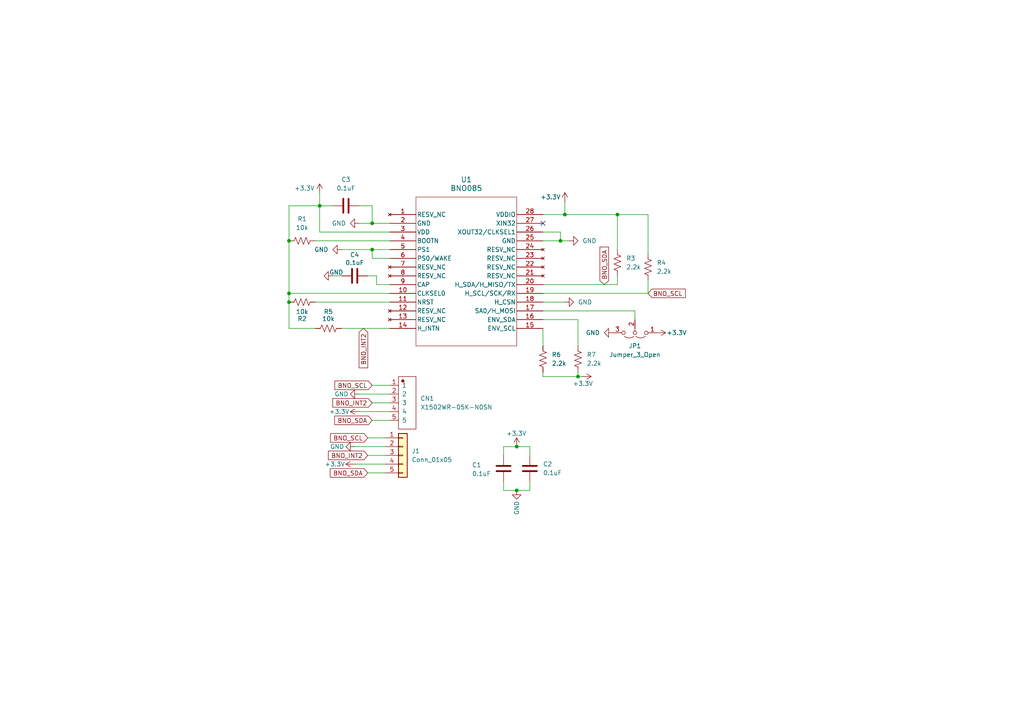
<source format=kicad_sch>
(kicad_sch (version 20231120) (generator "eeschema") (generator_version "8.0")
  (paper "A4")
  (lib_symbols
    (symbol "power:+3.3V" (power) (pin_numbers hide) (pin_names (offset 0) hide)
      (property "Value" "+3.3V" (at 0 3.556 0))
      (symbol "+3.3V_0_1"
        (polyline (pts (xy -0.762 1.27) (xy 0 2.54)))
        (polyline (pts (xy 0 0) (xy 0 2.54)))
        (polyline (pts (xy 0 2.54) (xy 0.762 1.27)))
      )
      (symbol "+3.3V_1_1"
        (pin power_in line (at 0 0 90) (length 0) (name "~") (number "1"))
      )
    )
    (symbol "power:GND" (power) (pin_numbers hide) (pin_names (offset 0) hide)
      (property "Value" "GND" (at 0 -3.81 0))
      (symbol "GND_0_1"
        (polyline (pts (xy 0 0) (xy 0 -1.27) (xy 1.27 -1.27) (xy 0 -2.54) (xy -1.27 -1.27) (xy 0 -1.27)))
      )
      (symbol "GND_1_1"
        (pin power_in line (at 0 0 270) (length 0) (name "~") (number "1"))
      )
    )
    (symbol "uSlime:BNO085" (pin_names (offset 0.254))
      (property "Reference" "U" (at 35.56 10.16 0))
      (property "Value" "BNO085" (at 35.56 7.62 0))
      (symbol "BNO085_0_1"
        (polyline (pts (xy 21.59 -38.1) (xy 50.8 -38.1)) (stroke (width 0.127)))
        (polyline (pts (xy 21.59 5.08) (xy 21.59 -38.1)) (stroke (width 0.127)))
        (polyline (pts (xy 50.8 -38.1) (xy 50.8 5.08)) (stroke (width 0.127)))
        (polyline (pts (xy 50.8 5.08) (xy 21.59 5.08)) (stroke (width 0.127)))
        (pin no_connect line (at 13.97 0 0) (length 7.62) (name "RESV_NC") (number "1"))
        (pin input line (at 13.97 -22.86 0) (length 7.62) (name "CLKSEL0") (number "10"))
        (pin input line (at 13.97 -25.4 0) (length 7.62) (name "NRST") (number "11"))
        (pin no_connect line (at 13.97 -27.94 0) (length 7.62) (name "RESV_NC") (number "12"))
        (pin no_connect line (at 13.97 -30.48 0) (length 7.62) (name "RESV_NC") (number "13"))
        (pin output line (at 13.97 -33.02 0) (length 7.62) (name "H_INTN") (number "14"))
        (pin bidirectional line (at 58.42 -33.02 180) (length 7.62) (name "ENV_SCL") (number "15"))
        (pin bidirectional line (at 58.42 -30.48 180) (length 7.62) (name "ENV_SDA") (number "16"))
        (pin input line (at 58.42 -27.94 180) (length 7.62) (name "SA0/H_MOSI") (number "17"))
        (pin input line (at 58.42 -25.4 180) (length 7.62) (name "H_CSN") (number "18"))
        (pin bidirectional line (at 58.42 -22.86 180) (length 7.62) (name "H_SCL/SCK/RX") (number "19"))
        (pin power_out line (at 13.97 -2.54 0) (length 7.62) (name "GND") (number "2"))
        (pin bidirectional line (at 58.42 -20.32 180) (length 7.62) (name "H_SDA/H_MISO/TX") (number "20"))
        (pin no_connect line (at 58.42 -17.78 180) (length 7.62) (name "RESV_NC") (number "21"))
        (pin no_connect line (at 58.42 -15.24 180) (length 7.62) (name "RESV_NC") (number "22"))
        (pin no_connect line (at 58.42 -12.7 180) (length 7.62) (name "RESV_NC") (number "23"))
        (pin no_connect line (at 58.42 -10.16 180) (length 7.62) (name "RESV_NC") (number "24"))
        (pin power_out line (at 58.42 -7.62 180) (length 7.62) (name "GND") (number "25"))
        (pin output line (at 58.42 -5.08 180) (length 7.62) (name "XOUT32/CLKSEL1") (number "26"))
        (pin input line (at 58.42 -2.54 180) (length 7.62) (name "XIN32") (number "27"))
        (pin power_in line (at 58.42 0 180) (length 7.62) (name "VDDIO") (number "28"))
        (pin power_in line (at 13.97 -5.08 0) (length 7.62) (name "VDD") (number "3"))
        (pin input line (at 13.97 -7.62 0) (length 7.62) (name "BOOTN") (number "4"))
        (pin input line (at 13.97 -10.16 0) (length 7.62) (name "PS1") (number "5"))
        (pin input line (at 13.97 -12.7 0) (length 7.62) (name "PS0/WAKE") (number "6"))
        (pin no_connect line (at 13.97 -15.24 0) (length 7.62) (name "RESV_NC") (number "7"))
        (pin no_connect line (at 13.97 -17.78 0) (length 7.62) (name "RESV_NC") (number "8"))
        (pin power_in line (at 13.97 -20.32 0) (length 7.62) (name "CAP") (number "9"))
      )
    )
    (symbol "uSlime:C" (pin_numbers hide) (pin_names (offset 0.254))
      (property "Reference" "C" (at 0.635 2.54 0))
      (property "Value" "C" (at 0.635 -2.54 0))
      (symbol "C_0_1"
        (polyline (pts (xy -2.032 -0.762) (xy 2.032 -0.762)) (stroke (width 0.508)))
        (polyline (pts (xy -2.032 0.762) (xy 2.032 0.762)) (stroke (width 0.508)))
      )
      (symbol "C_1_1"
        (pin passive line (at 0 3.81 270) (length 2.794) (name "~") (number "1"))
        (pin passive line (at 0 -3.81 90) (length 2.794) (name "~") (number "2"))
      )
    )
    (symbol "uSlime:Conn_01x05" (pin_names (offset 1.016) hide)
      (property "Reference" "J1" (at 2.54 1.2701 0))
      (property "Value" "Conn_01x05" (at 2.54 -1.2699 0))
      (symbol "Conn_01x05_1_1"
        (rectangle (start -1.27 -4.953) (end 0 -5.207) (stroke (width 0.1524)))
        (rectangle (start -1.27 -2.413) (end 0 -2.667) (stroke (width 0.1524)))
        (rectangle (start -1.27 0.127) (end 0 -0.127) (stroke (width 0.1524)))
        (rectangle (start -1.27 2.667) (end 0 2.413) (stroke (width 0.1524)))
        (rectangle (start -1.27 5.207) (end 0 4.953) (stroke (width 0.1524)))
        (rectangle (start -1.27 6.35) (end 1.27 -6.35) (stroke (width 0.254)) (fill (type background)))
        (pin passive line (at -5.08 5.08 0) (length 3.81) (name "Pin_1") (number "1"))
        (pin passive line (at -5.08 2.54 0) (length 3.81) (name "Pin_2") (number "2"))
        (pin passive line (at -5.08 0 0) (length 3.81) (name "Pin_3") (number "3"))
        (pin passive line (at -5.08 -2.54 0) (length 3.81) (name "Pin_4") (number "4"))
        (pin passive line (at -5.08 -5.08 0) (length 3.81) (name "Pin_5") (number "5"))
      )
    )
    (symbol "uSlime:Jumper_3_Open" (pin_names (offset 0) hide) (exclude_from_sim yes) (in_bom no)
      (property "Reference" "JP1" (at 0 3.81 0))
      (property "Value" "Jumper_3_Open" (at 0 6.35 0))
      (symbol "Jumper_3_Open_0_0"
        (circle (center -3.302 0) (radius 0.508))
        (circle (center 0 0) (radius 0.508))
        (circle (center 3.302 0) (radius 0.508))
      )
      (symbol "Jumper_3_Open_0_1"
        (arc (start -0.254 1.016) (mid -1.651 1.4992) (end -3.048 1.016))
        (polyline (pts (xy 0 -0.508) (xy 0 -1.27)))
        (arc (start 3.048 1.016) (mid 1.651 1.4992) (end 0.254 1.016))
      )
      (symbol "Jumper_3_Open_1_1"
        (pin passive line (at -6.35 0 0) (length 2.54) (name "A") (number "1"))
        (pin passive line (at 0 -3.81 90) (length 2.54) (name "C") (number "2"))
        (pin passive line (at 6.35 0 180) (length 2.54) (name "B") (number "3"))
      )
    )
    (symbol "uSlime:R_US" (pin_numbers hide) (pin_names (offset 0))
      (property "Reference" "R" (at 2.54 0 90))
      (property "Value" "R_US" (at -2.54 0 90))
      (symbol "R_US_0_1"
        (polyline (pts (xy 0 -2.286) (xy 0 -2.54)))
        (polyline (pts (xy 0 2.286) (xy 0 2.54)))
        (polyline (pts (xy 0 -0.762) (xy 1.016 -1.143) (xy 0 -1.524) (xy -1.016 -1.905) (xy 0 -2.286)))
        (polyline (pts (xy 0 0.762) (xy 1.016 0.381) (xy 0 0) (xy -1.016 -0.381) (xy 0 -0.762)))
        (polyline (pts (xy 0 2.286) (xy 1.016 1.905) (xy 0 1.524) (xy -1.016 1.143) (xy 0 0.762)))
      )
      (symbol "R_US_1_1"
        (pin passive line (at 0 3.81 270) (length 1.27) (name "~") (number "1"))
        (pin passive line (at 0 -3.81 90) (length 1.27) (name "~") (number "2"))
      )
    )
    (symbol "uSlime:X1502WR-05K-N0SN" (pin_names (offset 1.016))
      (property "Reference" "CN" (at 0 10.16 0))
      (property "Value" "X1502WR-05K-N0SN" (at 0 15.24 0))
      (symbol "X1502WR-05K-N0SN_1_1"
        (rectangle (start -2.54 7.62) (end 2.54 -7.62) (stroke (width 0.1524)))
        (circle (center -1.27 6.35) (radius 0.381) (stroke (width 0.1524)) (fill (type outline)))
        (pin input line (at -5.08 5.08 0) (length 2.54) (name "1") (number "1"))
        (pin input line (at -5.08 2.54 0) (length 2.54) (name "2") (number "2"))
        (pin input line (at -5.08 0 0) (length 2.54) (name "3") (number "3"))
        (pin input line (at -5.08 -2.54 0) (length 2.54) (name "4") (number "4"))
        (pin input line (at -5.08 -5.08 0) (length 2.54) (name "5") (number "5"))
      )
    )
  )
  (junction (at 149.86 129.54))
  (junction (at 167.64 109.22))
  (junction (at 107.95 72.39))
  (junction (at 92.71 59.69))
  (junction (at 83.82 69.85))
  (junction (at 107.95 64.77))
  (junction (at 162.56 69.85))
  (junction (at 179.07 62.23))
  (junction (at 83.82 87.63))
  (junction (at 149.86 142.24))
  (junction (at 163.83 62.23))
  (junction (at 83.82 85.09))
  (no_connect (at 157.48 64.77))
  (wire (pts (xy 167.64 100.33) (xy 167.64 92.71)))
  (wire (pts (xy 157.48 100.33) (xy 157.48 95.25)))
  (wire (pts (xy 107.95 72.39) (xy 107.95 74.93)))
  (wire (pts (xy 83.82 59.69) (xy 92.71 59.69)))
  (wire (pts (xy 96.52 80.01) (xy 99.06 80.01)))
  (wire (pts (xy 168.91 109.22) (xy 167.64 109.22)))
  (wire (pts (xy 157.48 109.22) (xy 167.64 109.22)))
  (wire (pts (xy 109.22 82.55) (xy 113.03 82.55)))
  (wire (pts (xy 104.14 64.77) (xy 107.95 64.77)))
  (wire (pts (xy 107.95 116.84) (xy 113.03 116.84)))
  (wire (pts (xy 106.68 132.08) (xy 111.76 132.08)))
  (wire (pts (xy 99.06 95.25) (xy 113.03 95.25)))
  (wire (pts (xy 187.96 62.23) (xy 179.07 62.23)))
  (wire (pts (xy 99.06 72.39) (xy 107.95 72.39)))
  (wire (pts (xy 163.83 58.42) (xy 163.83 62.23)))
  (wire (pts (xy 184.15 90.17) (xy 184.15 92.71)))
  (wire (pts (xy 92.71 59.69) (xy 96.52 59.69)))
  (wire (pts (xy 146.05 129.54) (xy 149.86 129.54)))
  (wire (pts (xy 102.87 129.54) (xy 111.76 129.54)))
  (wire (pts (xy 107.95 59.69) (xy 107.95 64.77)))
  (wire (pts (xy 91.44 69.85) (xy 113.03 69.85)))
  (wire (pts (xy 157.48 109.22) (xy 157.48 107.95)))
  (wire (pts (xy 157.48 67.31) (xy 162.56 67.31)))
  (wire (pts (xy 92.71 59.69) (xy 92.71 67.31)))
  (wire (pts (xy 187.96 81.28) (xy 187.96 85.09)))
  (wire (pts (xy 157.48 90.17) (xy 184.15 90.17)))
  (wire (pts (xy 83.82 85.09) (xy 83.82 87.63)))
  (wire (pts (xy 104.14 114.3) (xy 113.03 114.3)))
  (wire (pts (xy 83.82 69.85) (xy 83.82 85.09)))
  (wire (pts (xy 165.1 69.85) (xy 162.56 69.85)))
  (wire (pts (xy 107.95 111.76) (xy 113.03 111.76)))
  (wire (pts (xy 179.07 72.39) (xy 179.07 62.23)))
  (wire (pts (xy 83.82 85.09) (xy 113.03 85.09)))
  (wire (pts (xy 107.95 72.39) (xy 113.03 72.39)))
  (wire (pts (xy 179.07 80.01) (xy 179.07 82.55)))
  (wire (pts (xy 107.95 64.77) (xy 113.03 64.77)))
  (wire (pts (xy 146.05 142.24) (xy 149.86 142.24)))
  (wire (pts (xy 153.67 142.24) (xy 149.86 142.24)))
  (wire (pts (xy 106.68 80.01) (xy 109.22 80.01)))
  (wire (pts (xy 153.67 129.54) (xy 149.86 129.54)))
  (wire (pts (xy 167.64 109.22) (xy 167.64 107.95)))
  (wire (pts (xy 104.14 59.69) (xy 107.95 59.69)))
  (wire (pts (xy 106.68 127) (xy 111.76 127)))
  (wire (pts (xy 106.68 137.16) (xy 111.76 137.16)))
  (wire (pts (xy 113.03 87.63) (xy 91.44 87.63)))
  (wire (pts (xy 157.48 82.55) (xy 179.07 82.55)))
  (wire (pts (xy 157.48 92.71) (xy 167.64 92.71)))
  (wire (pts (xy 92.71 67.31) (xy 113.03 67.31)))
  (wire (pts (xy 102.87 134.62) (xy 111.76 134.62)))
  (wire (pts (xy 163.83 62.23) (xy 157.48 62.23)))
  (wire (pts (xy 91.44 95.25) (xy 83.82 95.25)))
  (wire (pts (xy 187.96 85.09) (xy 157.48 85.09)))
  (wire (pts (xy 92.71 55.88) (xy 92.71 59.69)))
  (wire (pts (xy 83.82 69.85) (xy 83.82 59.69)))
  (wire (pts (xy 187.96 73.66) (xy 187.96 62.23)))
  (wire (pts (xy 146.05 132.08) (xy 146.05 129.54)))
  (wire (pts (xy 146.05 139.7) (xy 146.05 142.24)))
  (wire (pts (xy 104.14 119.38) (xy 113.03 119.38)))
  (wire (pts (xy 109.22 80.01) (xy 109.22 82.55)))
  (wire (pts (xy 162.56 67.31) (xy 162.56 69.85)))
  (wire (pts (xy 113.03 74.93) (xy 107.95 74.93)))
  (wire (pts (xy 163.83 62.23) (xy 179.07 62.23)))
  (wire (pts (xy 153.67 129.54) (xy 153.67 132.08)))
  (wire (pts (xy 107.95 121.92) (xy 113.03 121.92)))
  (wire (pts (xy 83.82 95.25) (xy 83.82 87.63)))
  (wire (pts (xy 162.56 69.85) (xy 157.48 69.85)))
  (wire (pts (xy 153.67 142.24) (xy 153.67 139.7)))
  (wire (pts (xy 157.48 87.63) (xy 163.83 87.63)))
  (global_label "BNO_INT2" (shape input) (at 105.41 95.25 270) (property "Intersheetrefs" "${INTERSHEET_REFS}" (effects (hide yes))))
  (global_label "BNO_SCL" (shape input) (at 187.96 85.09 0) (property "Intersheetrefs" "${INTERSHEET_REFS}" (effects (hide yes))))
  (global_label "BNO_INT2" (shape input) (at 107.95 116.84 180) (property "Intersheetrefs" "${INTERSHEET_REFS}" (effects (hide yes))))
  (global_label "BNO_SCL" (shape input) (at 106.68 127 180) (property "Intersheetrefs" "${INTERSHEET_REFS}" (effects (hide yes))))
  (global_label "BNO_SDA" (shape input) (at 107.95 121.92 180) (property "Intersheetrefs" "${INTERSHEET_REFS}" (effects (hide yes))))
  (global_label "BNO_SDA" (shape input) (at 106.68 137.16 180) (property "Intersheetrefs" "${INTERSHEET_REFS}" (effects (hide yes))))
  (global_label "BNO_SDA" (shape input) (at 175.26 82.55 90) (property "Intersheetrefs" "${INTERSHEET_REFS}" (effects (hide yes))))
  (global_label "BNO_SCL" (shape input) (at 107.95 111.76 180) (property "Intersheetrefs" "${INTERSHEET_REFS}" (effects (hide yes))))
  (global_label "BNO_INT2" (shape input) (at 106.68 132.08 180) (property "Intersheetrefs" "${INTERSHEET_REFS}" (effects (hide yes))))
  (symbol (lib_id "uSlime:C") (at 100.33 59.69 90) (unit 1)
    (property "Reference" "C3" (at 100.33 52.07 90))
    (property "Value" "0.1uF" (at 100.33 54.61 90))
    (property "Footprint" "Capacitor_SMD:C_0402_1005Metric" (effects (hide yes)))
    (property "Description" "Unpolarized capacitor" (effects (hide yes)))
  )
  (symbol (lib_id "uSlime:Jumper_3_Open") (at 184.15 96.52 180) (unit 1) (exclude_from_sim yes) (in_bom no)
    (property "Reference" "JP1" (at 184.15 100.33 0))
    (property "Value" "Jumper_3_Open" (at 184.15 102.87 0))
    (property "Footprint" "Jumper:SolderJumper-3_P1.3mm_Open_RoundedPad1.0x1.5mm" (effects (hide yes)))
    (property "Description" "Jumper, 3-pole, both open" (effects (hide yes)))
  )
  (symbol (lib_id "uSlime:R_US") (at 157.48 104.14 0) (unit 1)
    (property "Reference" "R6" (at 160.02 102.8699 0) (effects (justify left)))
    (property "Value" "2.2k" (at 160.02 105.4099 0) (effects (justify left)))
    (property "Footprint" "Resistor_SMD:R_0402_1005Metric" (effects (hide yes)))
    (property "Description" "Resistor, US symbol" (effects (hide yes)))
  )
  (symbol (lib_id "power:+3.3V") (at 104.14 119.38 90) (unit 1)
    (property "Reference" "#PWR08" (effects (hide yes)))
    (property "Value" "+3.3V" (at 101.346 119.38 90) (effects (justify left)))
    (property "Description" "Power symbol creates a global label with name \"+3.3V\"" (effects (hide yes)))
  )
  (symbol (lib_id "power:GND") (at 177.8 96.52 270) (unit 1)
    (property "Reference" "#PWR013" (effects (hide yes)))
    (property "Value" "GND" (at 173.99 96.5199 90) (effects (justify right)))
    (property "Description" "Power symbol creates a global label with name \"GND\" , ground" (effects (hide yes)))
  )
  (symbol (lib_id "power:GND") (at 102.87 129.54 270) (unit 1)
    (property "Reference" "#PWR07" (effects (hide yes)))
    (property "Value" "GND" (at 99.822 129.54 90) (effects (justify right)))
    (property "Description" "Power symbol creates a global label with name \"GND\" , ground" (effects (hide yes)))
  )
  (symbol (lib_id "power:GND") (at 104.14 64.77 270) (unit 1)
    (property "Reference" "#PWR06" (effects (hide yes)))
    (property "Value" "GND" (at 100.33 64.7699 90) (effects (justify right)))
    (property "Description" "Power symbol creates a global label with name \"GND\" , ground" (effects (hide yes)))
  )
  (symbol (lib_id "power:GND") (at 165.1 69.85 90) (unit 1)
    (property "Reference" "#PWR012" (effects (hide yes)))
    (property "Value" "GND" (at 168.91 69.8499 90) (effects (justify right)))
    (property "Description" "Power symbol creates a global label with name \"GND\" , ground" (effects (hide yes)))
  )
  (symbol (lib_id "power:GND") (at 149.86 142.24 0) (unit 1)
    (property "Reference" "#PWR05" (effects (hide yes)))
    (property "Value" "GND" (at 149.86 145.288 90) (effects (justify right)))
    (property "Description" "Power symbol creates a global label with name \"GND\" , ground" (effects (hide yes)))
  )
  (symbol (lib_id "power:+3.3V") (at 190.5 96.52 270) (unit 1)
    (property "Reference" "#PWR014" (effects (hide yes)))
    (property "Value" "+3.3V" (at 193.294 96.52 90) (effects (justify left)))
    (property "Description" "Power symbol creates a global label with name \"+3.3V\"" (effects (hide yes)))
  )
  (symbol (lib_id "uSlime:R_US") (at 95.25 95.25 90) (unit 1)
    (property "Reference" "R5" (at 95.25 90.424 90))
    (property "Value" "10k" (at 95.25 92.456 90))
    (property "Footprint" "Resistor_SMD:R_0402_1005Metric" (effects (hide yes)))
    (property "Description" "Resistor, US symbol" (effects (hide yes)))
  )
  (symbol (lib_id "power:+3.3V") (at 168.91 109.22 270) (unit 1)
    (property "Reference" "#PWR016" (effects (hide yes)))
    (property "Value" "+3.3V" (at 166.116 111.252 90) (effects (justify left)))
    (property "Description" "Power symbol creates a global label with name \"+3.3V\"" (effects (hide yes)))
  )
  (symbol (lib_id "uSlime:C") (at 146.05 135.89 180) (unit 1)
    (property "Reference" "C1" (at 136.906 134.874 0) (effects (justify right)))
    (property "Value" "0.1uF" (at 136.906 137.414 0) (effects (justify right)))
    (property "Footprint" "Capacitor_SMD:C_0402_1005Metric" (effects (hide yes)))
    (property "Description" "Unpolarized capacitor" (effects (hide yes)))
  )
  (symbol (lib_id "power:GND") (at 96.52 80.01 270) (unit 1)
    (property "Reference" "#PWR02" (effects (hide yes)))
    (property "Value" "GND" (at 99.568 78.994 90) (effects (justify right)))
    (property "Description" "Power symbol creates a global label with name \"GND\" , ground" (effects (hide yes)))
  )
  (symbol (lib_id "power:+3.3V") (at 92.71 55.88 0) (unit 1)
    (property "Reference" "#PWR01" (effects (hide yes)))
    (property "Value" "+3.3V" (at 85.344 54.61 0) (effects (justify left)))
    (property "Description" "Power symbol creates a global label with name \"+3.3V\"" (effects (hide yes)))
  )
  (symbol (lib_id "uSlime:R_US") (at 187.96 77.47 0) (unit 1)
    (property "Reference" "R4" (at 190.5 76.1999 0) (effects (justify left)))
    (property "Value" "2.2k" (at 190.5 78.7399 0) (effects (justify left)))
    (property "Footprint" "Resistor_SMD:R_0402_1005Metric" (effects (hide yes)))
    (property "Description" "Resistor, US symbol" (effects (hide yes)))
  )
  (symbol (lib_id "power:GND") (at 163.83 87.63 90) (unit 1)
    (property "Reference" "#PWR011" (effects (hide yes)))
    (property "Value" "GND" (at 167.64 87.6299 90) (effects (justify right)))
    (property "Description" "Power symbol creates a global label with name \"GND\" , ground" (effects (hide yes)))
  )
  (symbol (lib_id "power:+3.3V") (at 149.86 129.54 0) (unit 1)
    (property "Reference" "#PWR04" (effects (hide yes)))
    (property "Value" "+3.3V" (at 146.812 125.73 0) (effects (justify left)))
    (property "Description" "Power symbol creates a global label with name \"+3.3V\"" (effects (hide yes)))
  )
  (symbol (lib_id "uSlime:R_US") (at 167.64 104.14 0) (unit 1)
    (property "Reference" "R7" (at 170.18 102.8699 0) (effects (justify left)))
    (property "Value" "2.2k" (at 170.18 105.4099 0) (effects (justify left)))
    (property "Footprint" "Resistor_SMD:R_0402_1005Metric" (effects (hide yes)))
    (property "Description" "Resistor, US symbol" (effects (hide yes)))
  )
  (symbol (lib_id "power:GND") (at 99.06 72.39 270) (unit 1)
    (property "Reference" "#PWR03" (effects (hide yes)))
    (property "Value" "GND" (at 95.25 72.3899 90) (effects (justify right)))
    (property "Description" "Power symbol creates a global label with name \"GND\" , ground" (effects (hide yes)))
  )
  (symbol (lib_id "power:+3.3V") (at 102.87 134.62 90) (unit 1)
    (property "Reference" "#PWR015" (effects (hide yes)))
    (property "Value" "+3.3V" (at 100.076 134.62 90) (effects (justify left)))
    (property "Description" "Power symbol creates a global label with name \"+3.3V\"" (effects (hide yes)))
  )
  (symbol (lib_id "uSlime:R_US") (at 87.63 69.85 90) (unit 1)
    (property "Reference" "R1" (at 87.63 63.5 90))
    (property "Value" "10k" (at 87.63 66.04 90))
    (property "Footprint" "Resistor_SMD:R_0402_1005Metric" (effects (hide yes)))
    (property "Description" "Resistor, US symbol" (effects (hide yes)))
  )
  (symbol (lib_id "uSlime:R_US") (at 179.07 76.2 0) (unit 1)
    (property "Reference" "R3" (at 181.61 74.9299 0) (effects (justify left)))
    (property "Value" "2.2k" (at 181.61 77.4699 0) (effects (justify left)))
    (property "Footprint" "Resistor_SMD:R_0402_1005Metric" (effects (hide yes)))
    (property "Description" "Resistor, US symbol" (effects (hide yes)))
  )
  (symbol (lib_id "power:GND") (at 104.14 114.3 270) (unit 1)
    (property "Reference" "#PWR09" (effects (hide yes)))
    (property "Value" "GND" (at 101.092 114.3 90) (effects (justify right)))
    (property "Description" "Power symbol creates a global label with name \"GND\" , ground" (effects (hide yes)))
  )
  (symbol (lib_id "uSlime:C") (at 102.87 80.01 90) (unit 1)
    (property "Reference" "C4" (at 102.87 73.914 90))
    (property "Value" "0.1uF" (at 102.87 76.2 90))
    (property "Footprint" "Capacitor_SMD:C_0402_1005Metric" (effects (hide yes)))
    (property "Description" "Unpolarized capacitor" (effects (hide yes)))
  )
  (symbol (lib_id "uSlime:C") (at 153.67 135.89 180) (unit 1)
    (property "Reference" "C2" (at 157.48 134.6199 0) (effects (justify right)))
    (property "Value" "0.1uF" (at 157.48 137.1599 0) (effects (justify right)))
    (property "Footprint" "Capacitor_SMD:C_0402_1005Metric" (effects (hide yes)))
    (property "Description" "Unpolarized capacitor" (effects (hide yes)))
  )
  (symbol (lib_id "uSlime:R_US") (at 87.63 87.63 270) (unit 1)
    (property "Reference" "R2" (at 87.63 92.456 90))
    (property "Value" "10k" (at 87.63 90.424 90))
    (property "Footprint" "Resistor_SMD:R_0402_1005Metric" (effects (hide yes)))
    (property "Description" "Resistor, US symbol" (effects (hide yes)))
  )
  (symbol (lib_id "uSlime:BNO085") (at 99.06 62.23 0) (unit 1)
    (property "Reference" "U1" (at 135.255 52.07 0) (effects (font (size 1.524 1.524))))
    (property "Value" "BNO085" (at 135.255 54.61 0) (effects (font (size 1.524 1.524))))
    (property "Footprint" "uSlime-libs:BNO080" (effects (hide yes)))
    (property "Datasheet" "BNO085" (effects (hide yes)))
  )
  (symbol (lib_id "power:+3.3V") (at 163.83 58.42 0) (unit 1)
    (property "Reference" "#PWR010" (effects (hide yes)))
    (property "Value" "+3.3V" (at 156.718 57.15 0) (effects (justify left)))
    (property "Description" "Power symbol creates a global label with name \"+3.3V\"" (effects (hide yes)))
  )
  (symbol (lib_id "uSlime:Conn_01x05") (at 116.84 132.08 0) (unit 1)
    (property "Reference" "J1" (at 119.38 130.8099 0) (effects (justify left)))
    (property "Value" "Conn_01x05" (at 119.38 133.3499 0) (effects (justify left)))
    (property "Footprint" "Connector_PinHeader_2.54mm:PinHeader_1x05_P2.54mm_Vertical" (effects (hide yes)))
    (property "Description" "Generic connector, single row, 01x05, script generated (kicad-library-utils/schlib/autogen/connector/)" (effects (hide yes)))
  )
  (symbol (lib_id "uSlime:X1502WR-05K-N0SN") (at 118.11 116.84 0) (unit 1)
    (property "Reference" "CN1" (at 121.92 115.5699 0) (effects (justify left)))
    (property "Value" "X1502WR-05K-N0SN" (at 121.92 118.1099 0) (effects (justify left)))
    (property "Footprint" "uSlime-libs:CONN-TH_5P-P1.50_X1502WR-05K-N0SN" (effects (hide yes)))
    (property "Datasheet" "http://www.szlcsc.com/product/details_587019.html" (effects (hide yes)))
    (property "Description" "C561537" (effects (hide yes)))
    (property "uuid" "std:268fd150cfff42dfa6c6c0b3cfd730b2" (effects (hide yes)))
  )
)
</source>
